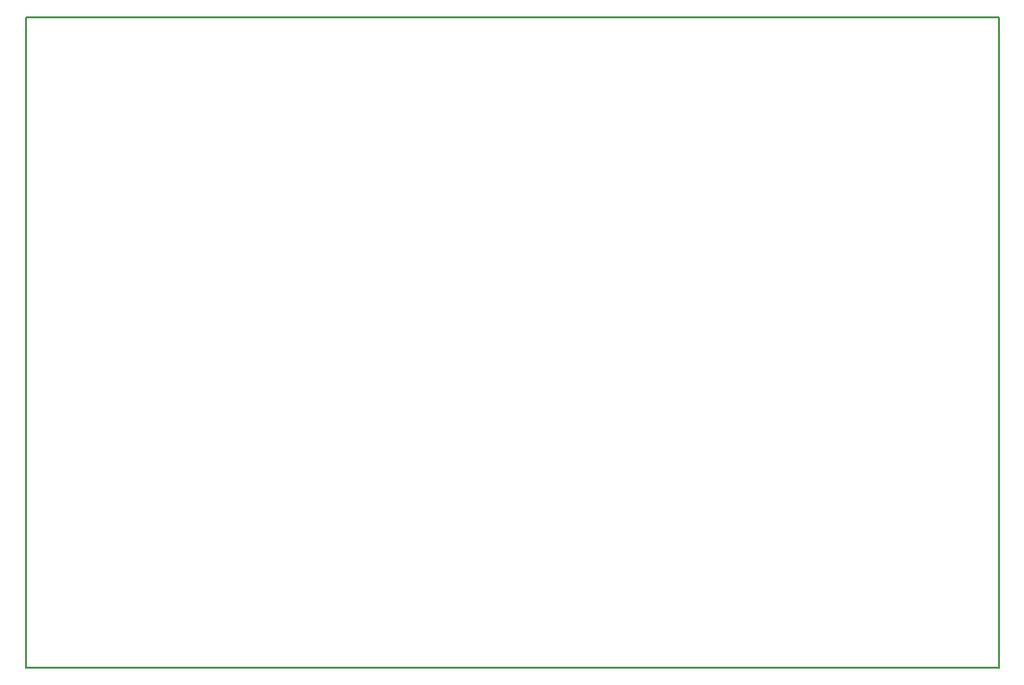
<source format=gbo>
G04 MADE WITH FRITZING*
G04 WWW.FRITZING.ORG*
G04 DOUBLE SIDED*
G04 HOLES PLATED*
G04 CONTOUR ON CENTER OF CONTOUR VECTOR*
%ASAXBY*%
%FSLAX23Y23*%
%MOIN*%
%OFA0B0*%
%SFA1.0B1.0*%
%ADD10R,3.378370X2.259840X3.362370X2.243840*%
%ADD11C,0.008000*%
%LNSILK0*%
G90*
G70*
G54D11*
X4Y2256D02*
X3374Y2256D01*
X3374Y4D01*
X4Y4D01*
X4Y2256D01*
D02*
G04 End of Silk0*
M02*
</source>
